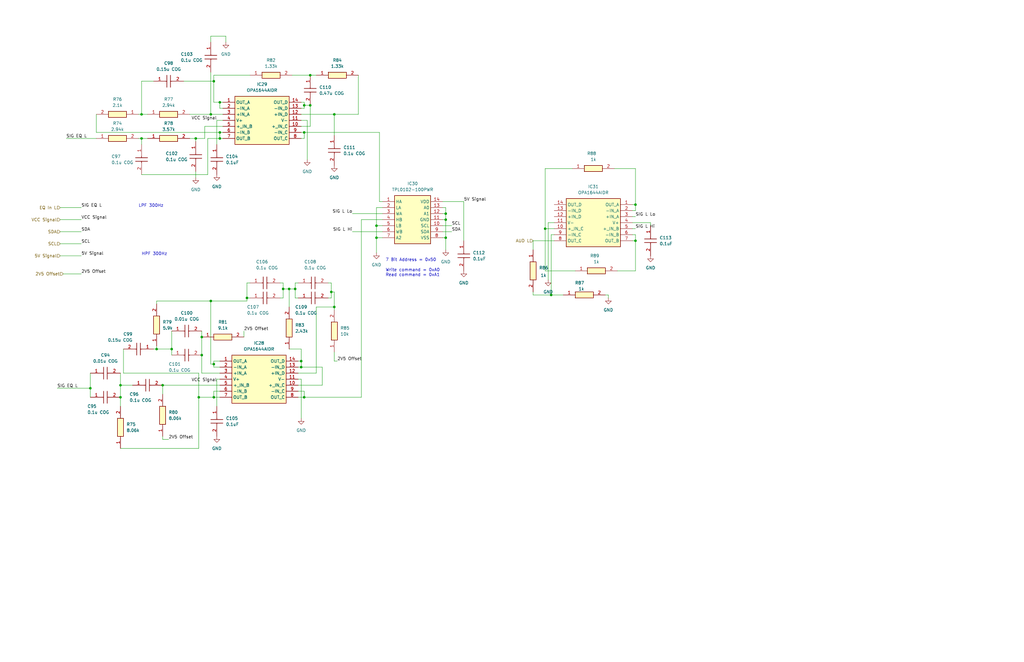
<source format=kicad_sch>
(kicad_sch (version 20230121) (generator eeschema)
  (paper "B")
  (junction (at 50.8 167.64))
  (junction (at 130.81 44.45))
  (junction (at 140.97 129.54))
  (junction (at 128.27 44.45))
  (junction (at 267.97 101.6))
  (junction (at 38.1 163.83))
  (junction (at 139.7 123.19))
  (junction (at 128.27 167.64))
  (junction (at 229.87 96.52))
  (junction (at 158.75 100.33))
  (junction (at 121.92 121.92))
  (junction (at 127 154.94))
  (junction (at 90.17 34.29))
  (junction (at 187.96 100.33))
  (junction (at 267.97 86.36))
  (junction (at 187.96 92.71))
  (junction (at 104.14 125.73))
  (junction (at 72.39 147.32))
  (junction (at 50.8 162.56))
  (junction (at 59.69 58.42))
  (junction (at 90.17 153.67))
  (junction (at 92.71 43.18))
  (junction (at 88.9 48.26))
  (junction (at 88.9 127))
  (junction (at 127 152.4))
  (junction (at 158.75 95.25))
  (junction (at 232.41 124.46))
  (junction (at 128.27 55.88))
  (junction (at 59.69 48.26))
  (junction (at 82.55 58.42))
  (junction (at 83.82 167.64))
  (junction (at 85.09 142.24))
  (junction (at 130.81 31.75))
  (junction (at 124.46 121.92))
  (junction (at 119.38 121.92))
  (junction (at 85.09 149.86))
  (junction (at 92.71 58.42))
  (junction (at 92.71 55.88))
  (junction (at 187.96 90.17))
  (junction (at 140.97 48.26))
  (junction (at 66.04 147.32))
  (junction (at 68.58 162.56))
  (junction (at 90.17 167.64))
  (wire (pts (xy 151.13 48.26) (xy 140.97 48.26)))
  (wire (pts (xy 186.69 90.17) (xy 187.96 90.17)))
  (wire (pts (xy 267.97 86.36) (xy 266.7 86.36)))
  (wire (pts (xy 229.87 114.3) (xy 229.87 96.52)))
  (wire (pts (xy 59.69 58.42) (xy 62.23 58.42)))
  (wire (pts (xy 161.29 87.63) (xy 158.75 87.63)))
  (wire (pts (xy 267.97 114.3) (xy 267.97 101.6)))
  (wire (pts (xy 59.69 34.29) (xy 64.77 34.29)))
  (wire (pts (xy 267.97 71.12) (xy 267.97 86.36)))
  (wire (pts (xy 25.4 102.87) (xy 34.29 102.87)))
  (wire (pts (xy 68.58 185.42) (xy 71.12 185.42)))
  (wire (pts (xy 140.97 130.81) (xy 140.97 129.54)))
  (wire (pts (xy 135.89 162.56) (xy 125.73 162.56)))
  (wire (pts (xy 140.97 123.19) (xy 139.7 123.19)))
  (wire (pts (xy 128.27 55.88) (xy 127 55.88)))
  (wire (pts (xy 85.09 157.48) (xy 85.09 149.86)))
  (wire (pts (xy 266.7 96.52) (xy 267.97 96.52)))
  (wire (pts (xy 91.44 171.45) (xy 91.44 160.02)))
  (wire (pts (xy 90.17 43.18) (xy 90.17 34.29)))
  (wire (pts (xy 83.82 189.23) (xy 83.82 167.64)))
  (wire (pts (xy 138.43 119.38) (xy 139.7 119.38)))
  (wire (pts (xy 119.38 121.92) (xy 121.92 121.92)))
  (wire (pts (xy 133.35 129.54) (xy 133.35 157.48)))
  (wire (pts (xy 127 152.4) (xy 125.73 152.4)))
  (wire (pts (xy 64.77 147.32) (xy 66.04 147.32)))
  (wire (pts (xy 80.01 58.42) (xy 82.55 58.42)))
  (wire (pts (xy 128.27 165.1) (xy 125.73 165.1)))
  (wire (pts (xy 152.4 92.71) (xy 161.29 92.71)))
  (wire (pts (xy 125.73 167.64) (xy 128.27 167.64)))
  (wire (pts (xy 224.79 105.41) (xy 224.79 101.6)))
  (wire (pts (xy 90.17 165.1) (xy 90.17 167.64)))
  (wire (pts (xy 25.4 92.71) (xy 34.29 92.71)))
  (wire (pts (xy 119.38 121.92) (xy 119.38 125.73)))
  (wire (pts (xy 40.64 58.42) (xy 27.94 58.42)))
  (wire (pts (xy 66.04 127) (xy 88.9 127)))
  (wire (pts (xy 232.41 124.46) (xy 237.49 124.46)))
  (wire (pts (xy 105.41 31.75) (xy 90.17 31.75)))
  (wire (pts (xy 104.14 119.38) (xy 104.14 125.73)))
  (wire (pts (xy 139.7 123.19) (xy 139.7 125.73)))
  (wire (pts (xy 88.9 127) (xy 104.14 127)))
  (wire (pts (xy 80.01 48.26) (xy 88.9 48.26)))
  (wire (pts (xy 90.17 153.67) (xy 90.17 152.4)))
  (wire (pts (xy 104.14 119.38) (xy 105.41 119.38)))
  (wire (pts (xy 93.98 50.8) (xy 91.44 50.8)))
  (wire (pts (xy 160.02 55.88) (xy 160.02 85.09)))
  (wire (pts (xy 66.04 147.32) (xy 72.39 147.32)))
  (wire (pts (xy 128.27 45.72) (xy 128.27 44.45)))
  (wire (pts (xy 224.79 101.6) (xy 233.68 101.6)))
  (wire (pts (xy 148.59 97.79) (xy 161.29 97.79)))
  (wire (pts (xy 87.63 58.42) (xy 87.63 73.66)))
  (wire (pts (xy 52.07 157.48) (xy 83.82 157.48)))
  (wire (pts (xy 125.73 157.48) (xy 133.35 157.48)))
  (wire (pts (xy 38.1 167.64) (xy 38.1 163.83)))
  (wire (pts (xy 83.82 167.64) (xy 90.17 167.64)))
  (wire (pts (xy 90.17 154.94) (xy 90.17 153.67)))
  (wire (pts (xy 124.46 125.73) (xy 125.73 125.73)))
  (wire (pts (xy 224.79 123.19) (xy 224.79 124.46)))
  (wire (pts (xy 140.97 48.26) (xy 140.97 57.15)))
  (wire (pts (xy 82.55 58.42) (xy 86.36 58.42)))
  (wire (pts (xy 82.55 72.39) (xy 82.55 74.93)))
  (wire (pts (xy 82.55 58.42) (xy 82.55 59.69)))
  (wire (pts (xy 119.38 125.73) (xy 118.11 125.73)))
  (wire (pts (xy 119.38 119.38) (xy 119.38 121.92)))
  (wire (pts (xy 50.8 162.56) (xy 50.8 167.64)))
  (wire (pts (xy 123.19 31.75) (xy 130.81 31.75)))
  (wire (pts (xy 260.35 114.3) (xy 267.97 114.3)))
  (wire (pts (xy 224.79 124.46) (xy 232.41 124.46)))
  (wire (pts (xy 195.58 101.6) (xy 195.58 85.09)))
  (wire (pts (xy 241.3 71.12) (xy 229.87 71.12)))
  (wire (pts (xy 148.59 90.17) (xy 161.29 90.17)))
  (wire (pts (xy 140.97 152.4) (xy 142.24 152.4)))
  (wire (pts (xy 128.27 167.64) (xy 152.4 167.64)))
  (wire (pts (xy 195.58 85.09) (xy 186.69 85.09)))
  (wire (pts (xy 90.17 152.4) (xy 92.71 152.4)))
  (wire (pts (xy 59.69 48.26) (xy 62.23 48.26)))
  (wire (pts (xy 128.27 44.45) (xy 128.27 43.18)))
  (wire (pts (xy 130.81 31.75) (xy 133.35 31.75)))
  (wire (pts (xy 92.71 157.48) (xy 85.09 157.48)))
  (wire (pts (xy 59.69 60.96) (xy 59.69 58.42)))
  (wire (pts (xy 95.25 15.24) (xy 95.25 17.78)))
  (wire (pts (xy 127 160.02) (xy 127 176.53)))
  (wire (pts (xy 127 43.18) (xy 128.27 43.18)))
  (wire (pts (xy 85.09 142.24) (xy 85.09 149.86)))
  (wire (pts (xy 72.39 147.32) (xy 72.39 149.86)))
  (wire (pts (xy 104.14 127) (xy 104.14 125.73)))
  (wire (pts (xy 102.87 139.7) (xy 102.87 142.24)))
  (wire (pts (xy 121.92 121.92) (xy 124.46 121.92)))
  (wire (pts (xy 86.36 53.34) (xy 86.36 58.42)))
  (wire (pts (xy 24.13 163.83) (xy 38.1 163.83)))
  (wire (pts (xy 255.27 124.46) (xy 256.54 124.46)))
  (wire (pts (xy 68.58 184.15) (xy 68.58 185.42)))
  (wire (pts (xy 118.11 119.38) (xy 119.38 119.38)))
  (wire (pts (xy 130.81 53.34) (xy 130.81 44.45)))
  (wire (pts (xy 186.69 92.71) (xy 187.96 92.71)))
  (wire (pts (xy 93.98 43.18) (xy 92.71 43.18)))
  (wire (pts (xy 88.9 15.24) (xy 95.25 15.24)))
  (wire (pts (xy 66.04 146.05) (xy 66.04 147.32)))
  (wire (pts (xy 186.69 100.33) (xy 187.96 100.33)))
  (wire (pts (xy 92.71 154.94) (xy 90.17 154.94)))
  (wire (pts (xy 139.7 119.38) (xy 139.7 123.19)))
  (wire (pts (xy 266.7 91.44) (xy 267.97 91.44)))
  (wire (pts (xy 91.44 50.8) (xy 91.44 60.96)))
  (wire (pts (xy 266.7 88.9) (xy 267.97 88.9)))
  (wire (pts (xy 125.73 119.38) (xy 124.46 119.38)))
  (wire (pts (xy 229.87 71.12) (xy 229.87 96.52)))
  (wire (pts (xy 52.07 147.32) (xy 52.07 157.48)))
  (wire (pts (xy 187.96 100.33) (xy 187.96 105.41)))
  (wire (pts (xy 233.68 93.98) (xy 231.14 93.98)))
  (wire (pts (xy 50.8 157.48) (xy 50.8 162.56)))
  (wire (pts (xy 187.96 92.71) (xy 187.96 100.33)))
  (wire (pts (xy 127 154.94) (xy 127 152.4)))
  (wire (pts (xy 88.9 153.67) (xy 90.17 153.67)))
  (wire (pts (xy 158.75 87.63) (xy 158.75 95.25)))
  (wire (pts (xy 133.35 129.54) (xy 140.97 129.54)))
  (wire (pts (xy 127 45.72) (xy 128.27 45.72)))
  (wire (pts (xy 88.9 48.26) (xy 93.98 48.26)))
  (wire (pts (xy 93.98 45.72) (xy 92.71 45.72)))
  (wire (pts (xy 267.97 88.9) (xy 267.97 86.36)))
  (wire (pts (xy 187.96 87.63) (xy 187.96 90.17)))
  (wire (pts (xy 26.67 115.57) (xy 34.29 115.57)))
  (wire (pts (xy 266.7 93.98) (xy 274.32 93.98)))
  (wire (pts (xy 50.8 167.64) (xy 50.8 171.45)))
  (wire (pts (xy 242.57 114.3) (xy 229.87 114.3)))
  (wire (pts (xy 256.54 124.46) (xy 256.54 125.73)))
  (wire (pts (xy 88.9 17.78) (xy 88.9 15.24)))
  (wire (pts (xy 92.71 55.88) (xy 92.71 58.42)))
  (wire (pts (xy 127 53.34) (xy 130.81 53.34)))
  (wire (pts (xy 140.97 148.59) (xy 140.97 152.4)))
  (wire (pts (xy 85.09 139.7) (xy 85.09 142.24)))
  (wire (pts (xy 151.13 31.75) (xy 151.13 48.26)))
  (wire (pts (xy 127 154.94) (xy 135.89 154.94)))
  (wire (pts (xy 50.8 189.23) (xy 83.82 189.23)))
  (wire (pts (xy 93.98 58.42) (xy 92.71 58.42)))
  (wire (pts (xy 127 50.8) (xy 129.54 50.8)))
  (wire (pts (xy 130.81 44.45) (xy 128.27 44.45)))
  (wire (pts (xy 59.69 58.42) (xy 58.42 58.42)))
  (wire (pts (xy 158.75 100.33) (xy 158.75 106.68)))
  (wire (pts (xy 186.69 95.25) (xy 190.5 95.25)))
  (wire (pts (xy 90.17 34.29) (xy 77.47 34.29)))
  (wire (pts (xy 135.89 154.94) (xy 135.89 162.56)))
  (wire (pts (xy 25.4 87.63) (xy 34.29 87.63)))
  (wire (pts (xy 186.69 87.63) (xy 187.96 87.63)))
  (wire (pts (xy 121.92 121.92) (xy 121.92 129.54)))
  (wire (pts (xy 40.64 55.88) (xy 40.64 48.26)))
  (wire (pts (xy 267.97 101.6) (xy 266.7 101.6)))
  (wire (pts (xy 92.71 55.88) (xy 40.64 55.88)))
  (wire (pts (xy 68.58 162.56) (xy 92.71 162.56)))
  (wire (pts (xy 91.44 160.02) (xy 92.71 160.02)))
  (wire (pts (xy 129.54 50.8) (xy 129.54 67.31)))
  (wire (pts (xy 25.4 97.79) (xy 34.29 97.79)))
  (wire (pts (xy 50.8 162.56) (xy 55.88 162.56)))
  (wire (pts (xy 92.71 55.88) (xy 93.98 55.88)))
  (wire (pts (xy 93.98 53.34) (xy 86.36 53.34)))
  (wire (pts (xy 92.71 58.42) (xy 87.63 58.42)))
  (wire (pts (xy 59.69 73.66) (xy 87.63 73.66)))
  (wire (pts (xy 127 58.42) (xy 128.27 58.42)))
  (wire (pts (xy 152.4 167.64) (xy 152.4 92.71)))
  (wire (pts (xy 140.97 123.19) (xy 140.97 129.54)))
  (wire (pts (xy 38.1 157.48) (xy 38.1 163.83)))
  (wire (pts (xy 231.14 93.98) (xy 231.14 118.11)))
  (wire (pts (xy 267.97 99.06) (xy 267.97 101.6)))
  (wire (pts (xy 92.71 45.72) (xy 92.71 43.18)))
  (wire (pts (xy 187.96 90.17) (xy 187.96 92.71)))
  (wire (pts (xy 90.17 167.64) (xy 92.71 167.64)))
  (wire (pts (xy 68.58 162.56) (xy 68.58 166.37)))
  (wire (pts (xy 88.9 127) (xy 88.9 153.67)))
  (wire (pts (xy 125.73 160.02) (xy 127 160.02)))
  (wire (pts (xy 125.73 154.94) (xy 127 154.94)))
  (wire (pts (xy 140.97 48.26) (xy 127 48.26)))
  (wire (pts (xy 59.69 34.29) (xy 59.69 48.26)))
  (wire (pts (xy 158.75 100.33) (xy 161.29 100.33)))
  (wire (pts (xy 229.87 96.52) (xy 233.68 96.52)))
  (wire (pts (xy 121.92 147.32) (xy 127 147.32)))
  (wire (pts (xy 72.39 139.7) (xy 72.39 147.32)))
  (wire (pts (xy 92.71 43.18) (xy 90.17 43.18)))
  (wire (pts (xy 233.68 99.06) (xy 232.41 99.06)))
  (wire (pts (xy 92.71 165.1) (xy 90.17 165.1)))
  (wire (pts (xy 66.04 128.27) (xy 66.04 127)))
  (wire (pts (xy 88.9 30.48) (xy 88.9 48.26)))
  (wire (pts (xy 158.75 95.25) (xy 158.75 100.33)))
  (wire (pts (xy 128.27 167.64) (xy 128.27 165.1)))
  (wire (pts (xy 124.46 121.92) (xy 124.46 125.73)))
  (wire (pts (xy 128.27 58.42) (xy 128.27 55.88)))
  (wire (pts (xy 232.41 99.06) (xy 232.41 124.46)))
  (wire (pts (xy 161.29 95.25) (xy 158.75 95.25)))
  (wire (pts (xy 266.7 99.06) (xy 267.97 99.06)))
  (wire (pts (xy 274.32 93.98) (xy 274.32 95.25)))
  (wire (pts (xy 186.69 97.79) (xy 190.5 97.79)))
  (wire (pts (xy 25.4 107.95) (xy 34.29 107.95)))
  (wire (pts (xy 90.17 31.75) (xy 90.17 34.29)))
  (wire (pts (xy 104.14 125.73) (xy 105.41 125.73)))
  (wire (pts (xy 259.08 71.12) (xy 267.97 71.12)))
  (wire (pts (xy 124.46 119.38) (xy 124.46 121.92)))
  (wire (pts (xy 160.02 85.09) (xy 161.29 85.09)))
  (wire (pts (xy 138.43 125.73) (xy 139.7 125.73)))
  (wire (pts (xy 128.27 55.88) (xy 160.02 55.88)))
  (wire (pts (xy 127 147.32) (xy 127 152.4)))
  (wire (pts (xy 58.42 48.26) (xy 59.69 48.26)))
  (wire (pts (xy 83.82 157.48) (xy 83.82 167.64)))
  (text "Write command = 0xA0\nRead command = 0xA1" (at 162.56 116.84 0) (effects (font (size 1.27 1.27)) (justify left bottom)))
  (text "HPF 300Hz" (at 59.69 107.95 0) (effects (font (size 1.27 1.27)) (justify left bottom)))
  (text "7 Bit Address = 0x50\n" (at 162.56 110.49 0) (effects (font (size 1.27 1.27)) (justify left bottom)))
  (text "LPF 300Hz" (at 58.42 87.63 0) (effects (font (size 1.27 1.27)) (justify left bottom)))
  (label "VCC Signal" (at 91.44 50.8 180))
  (label "5V Signal" (at 195.58 85.09 0))
  (label "2V5 Offset" (at 71.12 185.42 0))
  (label "2V5 Offset" (at 34.29 115.57 0))
  (label "SDA" (at 190.5 97.79 0))
  (label "VCC Signal" (at 91.44 161.29 180))
  (label "5V Signal" (at 34.29 107.95 0))
  (label "SDA" (at 34.29 97.79 0))
  (label "VCC Signal" (at 34.29 92.71 0))
  (label "SCL" (at 190.5 95.25 0))
  (label "SIG EQ L" (at 24.13 163.83 0))
  (label "SCL" (at 34.29 102.87 0))
  (label "SIG EQ L" (at 34.29 87.63 0))
  (label "SIG L Hi" (at 267.97 96.52 0))
  (label "SIG L Lo" (at 148.59 90.17 180))
  (label "2V5 Offset" (at 142.24 152.4 0))
  (label "SIG L Hi" (at 148.59 97.79 180))
  (label "2V5 Offset" (at 102.87 139.7 0))
  (label "SIG EQ L" (at 27.94 58.42 0))
  (label "SIG L Lo" (at 267.97 91.44 0))
  (hierarchical_label "5V Signal" (shape input) (at 25.4 107.95 180))
  (hierarchical_label "EQ In L" (shape input) (at 25.4 87.63 180))
  (hierarchical_label "2V5 Offset" (shape input) (at 26.67 115.57 180))
  (hierarchical_label "AUD L" (shape input) (at 224.79 101.6 180))
  (hierarchical_label "VCC Signal" (shape input) (at 25.4 92.71 180))
  (hierarchical_label "SCL" (shape input) (at 25.4 102.87 180))
  (hierarchical_label "SDA" (shape input) (at 25.4 97.79 180))
  (symbol (lib_id "Audio System:ERA-6AEB103V") (at 140.97 148.59 90) (unit 1)
    (property "Reference" "R85" (at 143.51 138.43 90) (effects (justify right)))
    (property "Value" "10k" (at 143.51 140.97 90) (effects (justify right)))
    (property "Footprint" "ERA6AEB1020V" (effects hide))
    (property "Datasheet" "https://industrial.panasonic.com/cdbs/www-data/pdf/RDM0000/AOA0000C307.pdf" (effects hide))
    (property "Height" "0.6" (effects hide))
    (property "Manufacturer_Name" "Panasonic" (effects hide))
    (property "Manufacturer_Part_Number" "ERA-6AEB103V" (effects hide))
    (property "Mouser Part Number" "667-ERA-6AEB103V" (effects hide))
    (property "Mouser Price/Stock" "https://www.mouser.co.uk/ProductDetail/Panasonic/ERA-6AEB103V?qs=1VWA5LkbEaq074TWE8fpJw%3D%3D" (effects hide))
    (property "Arrow Part Number" "ERA-6AEB103V" (effects hide))
    (property "Arrow Price/Stock" "https://www.arrow.com/en/products/era6aeb103v/panasonic?region=nac" (effects hide))
  )
  (symbol (lib_id "Audio System:GRM31C5C1H104JA01L") (at 140.97 57.15 270) (unit 1)
    (property "Reference" "C111" (at 144.78 62.23 90) (effects (justify left)))
    (property "Value" "0.1u COG" (at 144.78 64.77 90) (effects (justify left)))
    (property "Footprint" "CAPC3216X180N" (effects hide))
    (property "Datasheet" "http://www.murata.com/~/media/webrenewal/support/library/catalog/products/capacitor/mlcc/c02e.pdf" (effects hide))
    (property "Height" "1.8" (effects hide))
    (property "Manufacturer_Name" "Murata Electronics" (effects hide))
    (property "Manufacturer_Part_Number" "GRM31C5C1H104JA01L" (effects hide))
    (property "Mouser Part Number" "81-GRM31C5C1H104JA1L" (effects hide))
    (property "Mouser Price/Stock" "https://www.mouser.co.uk/ProductDetail/Murata-Electronics/GRM31C5C1H104JA01L?qs=IFOlSOmtRw2EgRC47bIONw%3D%3D" (effects hide))
    (property "Arrow Part Number" "GRM31C5C1H104JA01L" (effects hide))
    (property "Arrow Price/Stock" "https://www.arrow.com/en/products/grm31c5c1h104ja01l/murata-manufacturing?region=nac" (effects hide))
  )
  (symbol (lib_id "Audio System:ERA-6AEB3571V") (at 62.23 58.42 0) (unit 1)
    (property "Reference" "R78" (at 71.12 52.07 0))
    (property "Value" "3.57k" (at 71.12 54.61 0))
    (property "Footprint" "ERA6AEB1020V" (effects hide))
    (property "Datasheet" "https://industrial.panasonic.com/cdbs/www-data/pdf/RDM0000/AOA0000C307.pdf" (effects hide))
    (property "Height" "0.6" (effects hide))
    (property "Manufacturer_Name" "Panasonic" (effects hide))
    (property "Manufacturer_Part_Number" "ERA-6AEB3571V" (effects hide))
    (property "Mouser Part Number" "667-ERA-6AEB3571V" (effects hide))
    (property "Mouser Price/Stock" "https://www.mouser.co.uk/ProductDetail/Panasonic/ERA-6AEB3571V?qs=nuXzIS8loXEHZVZ%252BjII8IQ%3D%3D" (effects hide))
  )
  (symbol (lib_id "Audio System:ERA-6AEB102V") (at 224.79 105.41 90) (mirror x) (unit 1)
    (property "Reference" "R86" (at 227.33 113.03 90) (effects (justify right)))
    (property "Value" "1k" (at 227.965 116.205 90) (effects (justify right)))
    (property "Footprint" "ERA6AEB1020V" (effects hide))
    (property "Datasheet" "https://industrial.panasonic.com/cdbs/www-data/pdf/RDM0000/AOA0000C307.pdf" (effects hide))
    (property "Height" "0.6" (effects hide))
    (property "Manufacturer_Name" "Panasonic" (effects hide))
    (property "Manufacturer_Part_Number" "ERA-6AEB102V" (effects hide))
    (property "Mouser Part Number" "667-ERA-6AEB102V" (effects hide))
    (property "Mouser Price/Stock" "https://www.mouser.co.uk/ProductDetail/Panasonic/ERA-6AEB102V?qs=1VWA5LkbEaodAYxyfKqGQw%3D%3D" (effects hide))
    (property "Arrow Part Number" "ERA-6AEB102V" (effects hide))
    (property "Arrow Price/Stock" "https://www.arrow.com/en/products/era6aeb102v/panasonic?region=nac" (effects hide))
  )
  (symbol (lib_id "Audio System:ERA-6AEB912V") (at 85.09 142.24 0) (unit 1)
    (property "Reference" "R81" (at 93.98 135.89 0))
    (property "Value" "9.1k" (at 93.98 138.43 0))
    (property "Footprint" "ERA6AEB1020V" (effects hide))
    (property "Datasheet" "https://industrial.panasonic.com/cdbs/www-data/pdf/RDM0000/AOA0000C307.pdf" (effects hide))
    (property "Height" "0.6" (effects hide))
    (property "Manufacturer_Name" "Panasonic" (effects hide))
    (property "Manufacturer_Part_Number" "ERA-6AEB912V" (effects hide))
    (property "Mouser Part Number" "667-ERA-6AEB912V" (effects hide))
    (property "Mouser Price/Stock" "https://www.mouser.com/Search/Refine.aspx?Keyword=667-ERA-6AEB912V" (effects hide))
    (property "Arrow Part Number" "ERA-6AEB912V" (effects hide))
    (property "Arrow Price/Stock" "https://www.arrow.com/en/products/era6aeb912v/panasonic" (effects hide))
  )
  (symbol (lib_id "Audio System:CL21B104KACNNNC") (at 91.44 171.45 270) (unit 1)
    (property "Reference" "C105" (at 95.25 176.53 90) (effects (justify left)))
    (property "Value" "0.1uF" (at 95.25 179.07 90) (effects (justify left)))
    (property "Footprint" "CAPC2012X95N" (effects hide))
    (property "Datasheet" "https://datasheet.datasheetarchive.com/originals/distributors/Datasheets_SAMA/d386d22b0a987b72828538897455b4c4.pdf" (effects hide))
    (property "Height" "0.95" (effects hide))
    (property "Manufacturer_Name" "SAMSUNG" (effects hide))
    (property "Manufacturer_Part_Number" "CL21B104KACNNNC" (effects hide))
    (property "Mouser Part Number" "187-CL21B104KACNNNC" (effects hide))
    (property "Mouser Price/Stock" "https://www.mouser.co.uk/ProductDetail/Samsung-Electro-Mechanics/CL21B104KACNNNC?qs=yOVawPpwOwnhB47kNbieFw%3D%3D" (effects hide))
    (property "Arrow Part Number" "CL21B104KACNNNC" (effects hide))
    (property "Arrow Price/Stock" "https://www.arrow.com/en/products/cl21b104kacnnnc/samsung-electro-mechanics?region=nac" (effects hide))
  )
  (symbol (lib_id "Audio System:ERA-6AEB8061V") (at 50.8 189.23 90) (unit 1)
    (property "Reference" "R75" (at 53.34 179.07 90) (effects (justify right)))
    (property "Value" "8.06k" (at 53.34 181.61 90) (effects (justify right)))
    (property "Footprint" "ERA6AEB1020V" (effects hide))
    (property "Datasheet" "https://industrial.panasonic.com/cdbs/www-data/pdf/RDM0000/AOA0000C307.pdf" (effects hide))
    (property "Height" "0.6" (effects hide))
    (property "Manufacturer_Name" "Panasonic" (effects hide))
    (property "Manufacturer_Part_Number" "ERA-6AEB8061V" (effects hide))
    (property "Mouser Part Number" "667-ERA-6AEB8061V" (effects hide))
    (property "Mouser Price/Stock" "https://www.mouser.com/Search/Refine.aspx?Keyword=667-ERA-6AEB8061V" (effects hide))
  )
  (symbol (lib_id "power:GND") (at 129.54 67.31 0) (unit 1)
    (property "Reference" "#PWR0117" (effects hide))
    (property "Value" "GND" (at 129.54 72.39 0))
  )
  (symbol (lib_id "Audio System:ERA-6AEB5901V") (at 66.04 146.05 90) (unit 1)
    (property "Reference" "R79" (at 68.58 135.89 90) (effects (justify right)))
    (property "Value" "5.9k" (at 68.58 138.43 90) (effects (justify right)))
    (property "Footprint" "ERA6AEB1020V" (effects hide))
    (property "Datasheet" "https://industrial.panasonic.com/cdbs/www-data/pdf/RDM0000/AOA0000C307.pdf" (effects hide))
    (property "Height" "0.6" (effects hide))
    (property "Manufacturer_Name" "Panasonic" (effects hide))
    (property "Manufacturer_Part_Number" "ERA-6AEB5901V" (effects hide))
  )
  (symbol (lib_id "power:GND") (at 82.55 74.93 0) (unit 1)
    (property "Reference" "#PWR0112" (effects hide))
    (property "Value" "GND" (at 82.55 80.01 0))
  )
  (symbol (lib_id "power:GND") (at 95.25 17.78 0) (unit 1)
    (property "Reference" "#PWR0115" (effects hide))
    (property "Value" "GND" (at 95.25 22.86 0))
  )
  (symbol (lib_id "power:GND") (at 91.44 73.66 0) (unit 1)
    (property "Reference" "#PWR0113" (effects hide))
    (property "Value" "GND" (at 91.44 78.74 0))
  )
  (symbol (lib_id "power:GND") (at 158.75 106.68 0) (unit 1)
    (property "Reference" "#PWR0119" (effects hide))
    (property "Value" "GND" (at 158.75 111.76 0))
  )
  (symbol (lib_id "Audio System:GRM31C5C1H104JA01L") (at 105.41 125.73 0) (unit 1)
    (property "Reference" "C107" (at 104.14 129.54 0) (effects (justify left)))
    (property "Value" "0.1u COG" (at 104.14 132.08 0) (effects (justify left)))
    (property "Footprint" "CAPC3216X180N" (effects hide))
    (property "Datasheet" "http://www.murata.com/~/media/webrenewal/support/library/catalog/products/capacitor/mlcc/c02e.pdf" (effects hide))
    (property "Height" "1.8" (effects hide))
    (property "Manufacturer_Name" "Murata Electronics" (effects hide))
    (property "Manufacturer_Part_Number" "GRM31C5C1H104JA01L" (effects hide))
    (property "Mouser Part Number" "81-GRM31C5C1H104JA1L" (effects hide))
    (property "Mouser Price/Stock" "https://www.mouser.co.uk/ProductDetail/Murata-Electronics/GRM31C5C1H104JA01L?qs=IFOlSOmtRw2EgRC47bIONw%3D%3D" (effects hide))
    (property "Arrow Part Number" "GRM31C5C1H104JA01L" (effects hide))
    (property "Arrow Price/Stock" "https://www.arrow.com/en/products/grm31c5c1h104ja01l/murata-manufacturing?region=nac" (effects hide))
  )
  (symbol (lib_id "power:GND") (at 127 176.53 0) (unit 1)
    (property "Reference" "#PWR0116" (effects hide))
    (property "Value" "GND" (at 127 181.61 0))
  )
  (symbol (lib_id "Audio System:ERA-6AEB1331V") (at 133.35 31.75 0) (unit 1)
    (property "Reference" "R84" (at 142.24 25.4 0))
    (property "Value" "1.33k" (at 142.24 27.94 0))
    (property "Footprint" "ERA6AEB1020V" (effects hide))
    (property "Datasheet" "https://industrial.panasonic.com/cdbs/www-data/pdf/RDM0000/AOA0000C307.pdf" (effects hide))
    (property "Height" "0.6" (effects hide))
    (property "Manufacturer_Name" "Panasonic" (effects hide))
    (property "Manufacturer_Part_Number" "ERA-6AEB1331V" (effects hide))
    (property "Mouser Part Number" "667-ERA-6AEB1331V" (effects hide))
    (property "Mouser Price/Stock" "https://www.mouser.com/Search/Refine.aspx?Keyword=667-ERA-6AEB1331V" (effects hide))
  )
  (symbol (lib_id "power:GND") (at 195.58 114.3 0) (unit 1)
    (property "Reference" "#PWR0121" (effects hide))
    (property "Value" "GND" (at 195.58 119.38 0))
  )
  (symbol (lib_id "Audio System:ERA-6AEB102V") (at 242.57 114.3 0) (mirror x) (unit 1)
    (property "Reference" "R89" (at 252.73 107.95 0) (effects (justify right)))
    (property "Value" "1k" (at 252.73 110.49 0) (effects (justify right)))
    (property "Footprint" "ERA6AEB1020V" (effects hide))
    (property "Datasheet" "https://industrial.panasonic.com/cdbs/www-data/pdf/RDM0000/AOA0000C307.pdf" (effects hide))
    (property "Height" "0.6" (effects hide))
    (property "Manufacturer_Name" "Panasonic" (effects hide))
    (property "Manufacturer_Part_Number" "ERA-6AEB102V" (effects hide))
    (property "Mouser Part Number" "667-ERA-6AEB102V" (effects hide))
    (property "Mouser Price/Stock" "https://www.mouser.co.uk/ProductDetail/Panasonic/ERA-6AEB102V?qs=1VWA5LkbEaodAYxyfKqGQw%3D%3D" (effects hide))
    (property "Arrow Part Number" "ERA-6AEB102V" (effects hide))
    (property "Arrow Price/Stock" "https://www.arrow.com/en/products/era6aeb102v/panasonic?region=nac" (effects hide))
  )
  (symbol (lib_id "Audio System:GRM1885C1H103JA01D") (at 38.1 157.48 0) (unit 1)
    (property "Reference" "C94" (at 44.45 149.86 0))
    (property "Value" "0.01u COG" (at 44.45 152.4 0))
    (property "Footprint" "CAPC1608X90N" (effects hide))
    (property "Datasheet" "https://psearch.en.murata.com/capacitor/product/GRM1885C1H103JA01%23.html" (effects hide))
    (property "Height" "0.9" (effects hide))
    (property "Manufacturer_Name" "Murata Electronics" (effects hide))
    (property "Manufacturer_Part_Number" "GRM1885C1H103JA01D" (effects hide))
    (property "Mouser Part Number" "81-GRM1885C1H103JA1D" (effects hide))
    (property "Mouser Price/Stock" "https://www.mouser.co.uk/ProductDetail/Murata-Electronics/GRM1885C1H103JA01D?qs=e4Xae8FWUKnL82DWkDYeSg%3D%3D" (effects hide))
    (property "Arrow Part Number" "GRM1885C1H103JA01D" (effects hide))
    (property "Arrow Price/Stock" "https://www.arrow.com/en/products/grm1885c1h103ja01d/murata-manufacturing?region=nac" (effects hide))
  )
  (symbol (lib_id "Audio System:GRM31C5C1H104JA01L") (at 125.73 125.73 0) (unit 1)
    (property "Reference" "C109" (at 124.46 129.54 0) (effects (justify left)))
    (property "Value" "0.1u COG" (at 124.46 132.08 0) (effects (justify left)))
    (property "Footprint" "CAPC3216X180N" (effects hide))
    (property "Datasheet" "http://www.murata.com/~/media/webrenewal/support/library/catalog/products/capacitor/mlcc/c02e.pdf" (effects hide))
    (property "Height" "1.8" (effects hide))
    (property "Manufacturer_Name" "Murata Electronics" (effects hide))
    (property "Manufacturer_Part_Number" "GRM31C5C1H104JA01L" (effects hide))
    (property "Mouser Part Number" "81-GRM31C5C1H104JA1L" (effects hide))
    (property "Mouser Price/Stock" "https://www.mouser.co.uk/ProductDetail/Murata-Electronics/GRM31C5C1H104JA01L?qs=IFOlSOmtRw2EgRC47bIONw%3D%3D" (effects hide))
    (property "Arrow Part Number" "GRM31C5C1H104JA01L" (effects hide))
    (property "Arrow Price/Stock" "https://www.arrow.com/en/products/grm31c5c1h104ja01l/murata-manufacturing?region=nac" (effects hide))
  )
  (symbol (lib_id "Audio System:GRM31C5C1H104JA01L") (at 88.9 17.78 270) (unit 1)
    (property "Reference" "C103" (at 76.2 22.86 90) (effects (justify left)))
    (property "Value" "0.1u COG" (at 76.2 25.4 90) (effects (justify left)))
    (property "Footprint" "CAPC3216X180N" (effects hide))
    (property "Datasheet" "http://www.murata.com/~/media/webrenewal/support/library/catalog/products/capacitor/mlcc/c02e.pdf" (effects hide))
    (property "Height" "1.8" (effects hide))
    (property "Manufacturer_Name" "Murata Electronics" (effects hide))
    (property "Manufacturer_Part_Number" "GRM31C5C1H104JA01L" (effects hide))
    (property "Mouser Part Number" "81-GRM31C5C1H104JA1L" (effects hide))
    (property "Mouser Price/Stock" "https://www.mouser.co.uk/ProductDetail/Murata-Electronics/GRM31C5C1H104JA01L?qs=IFOlSOmtRw2EgRC47bIONw%3D%3D" (effects hide))
    (property "Arrow Part Number" "GRM31C5C1H104JA01L" (effects hide))
    (property "Arrow Price/Stock" "https://www.arrow.com/en/products/grm31c5c1h104ja01l/murata-manufacturing?region=nac" (effects hide))
  )
  (symbol (lib_id "Audio System:GRM31C5C1H104JA01L") (at 72.39 149.86 0) (unit 1)
    (property "Reference" "C101" (at 71.12 153.67 0) (effects (justify left)))
    (property "Value" "0.1u COG" (at 71.12 156.21 0) (effects (justify left)))
    (property "Footprint" "CAPC3216X180N" (effects hide))
    (property "Datasheet" "http://www.murata.com/~/media/webrenewal/support/library/catalog/products/capacitor/mlcc/c02e.pdf" (effects hide))
    (property "Height" "1.8" (effects hide))
    (property "Manufacturer_Name" "Murata Electronics" (effects hide))
    (property "Manufacturer_Part_Number" "GRM31C5C1H104JA01L" (effects hide))
    (property "Mouser Part Number" "81-GRM31C5C1H104JA1L" (effects hide))
    (property "Mouser Price/Stock" "https://www.mouser.co.uk/ProductDetail/Murata-Electronics/GRM31C5C1H104JA01L?qs=IFOlSOmtRw2EgRC47bIONw%3D%3D" (effects hide))
    (property "Arrow Part Number" "GRM31C5C1H104JA01L" (effects hide))
    (property "Arrow Price/Stock" "https://www.arrow.com/en/products/grm31c5c1h104ja01l/murata-manufacturing?region=nac" (effects hide))
  )
  (symbol (lib_id "Audio System:GRM31C5C1H104JA01L") (at 38.1 167.64 0) (unit 1)
    (property "Reference" "C95" (at 36.83 171.45 0) (effects (justify left)))
    (property "Value" "0.1u COG" (at 36.83 173.99 0) (effects (justify left)))
    (property "Footprint" "CAPC3216X180N" (effects hide))
    (property "Datasheet" "http://www.murata.com/~/media/webrenewal/support/library/catalog/products/capacitor/mlcc/c02e.pdf" (effects hide))
    (property "Height" "1.8" (effects hide))
    (property "Manufacturer_Name" "Murata Electronics" (effects hide))
    (property "Manufacturer_Part_Number" "GRM31C5C1H104JA01L" (effects hide))
    (property "Mouser Part Number" "81-GRM31C5C1H104JA1L" (effects hide))
    (property "Mouser Price/Stock" "https://www.mouser.co.uk/ProductDetail/Murata-Electronics/GRM31C5C1H104JA01L?qs=IFOlSOmtRw2EgRC47bIONw%3D%3D" (effects hide))
    (property "Arrow Part Number" "GRM31C5C1H104JA01L" (effects hide))
    (property "Arrow Price/Stock" "https://www.arrow.com/en/products/grm31c5c1h104ja01l/murata-manufacturing?region=nac" (effects hide))
  )
  (symbol (lib_id "Audio System:OPA1644AIDR") (at 266.7 86.36 0) (mirror y) (unit 1)
    (property "Reference" "IC31" (at 250.19 78.74 0))
    (property "Value" "OPA1644AIDR" (at 250.19 81.28 0))
    (property "Footprint" "SOIC127P600X175-14N" (effects hide))
    (property "Datasheet" "http://componentsearchengine.com/Datasheets/1/OPA1644AIDR.pdf" (effects hide))
    (property "Height" "1.75" (effects hide))
    (property "Manufacturer_Name" "Texas Instruments" (effects hide))
    (property "Manufacturer_Part_Number" "OPA1644AIDR" (effects hide))
    (property "Mouser Part Number" "595-OPA1644AIDR" (effects hide))
    (property "Mouser Price/Stock" "https://www.mouser.co.uk/ProductDetail/Texas-Instruments/OPA1644AIDR?qs=%2Fqzd9s%252BcLd6xS3OL97VFEA%3D%3D" (effects hide))
    (property "Arrow Part Number" "OPA1644AIDR" (effects hide))
    (property "Arrow Price/Stock" "https://www.arrow.com/en/products/opa1644aidr/texas-instruments?region=nac" (effects hide))
  )
  (symbol (lib_id "Audio System:ERA-6AEB2431V") (at 121.92 147.32 90) (unit 1)
    (property "Reference" "R83" (at 124.46 137.16 90) (effects (justify right)))
    (property "Value" "2.43k" (at 124.46 139.7 90) (effects (justify right)))
    (property "Footprint" "ERA6AEB1020V" (effects hide))
    (property "Datasheet" "https://industrial.panasonic.com/cdbs/www-data/pdf/RDM0000/AOA0000C307.pdf" (effects hide))
    (property "Height" "0.6" (effects hide))
    (property "Manufacturer_Name" "Panasonic" (effects hide))
    (property "Manufacturer_Part_Number" "ERA-6AEB2431V" (effects hide))
    (property "Mouser Part Number" "667-ERA-6AEB2431V" (effects hide))
    (property "Mouser Price/Stock" "https://www.mouser.co.uk/ProductDetail/Panasonic/ERA-6AEB2431V?qs=nuXzIS8loXHdyAOUIQprmQ%3D%3D" (effects hide))
    (property "Arrow Part Number" "ERA-6AEB2431V" (effects hide))
    (property "Arrow Price/Stock" "https://www.arrow.com/en/products/era-6aeb2431v/panasonic" (effects hide))
  )
  (symbol (lib_id "Audio System:C4532C0G1H154J250KA") (at 64.77 147.32 180) (unit 1)
    (property "Reference" "C99" (at 55.88 140.97 0) (effects (justify left)))
    (property "Value" "0.15u COG" (at 55.88 143.51 0) (effects (justify left)))
    (property "Footprint" "C4532_Commercial" (effects hide))
    (property "Datasheet" "https://product.tdk.com/system/files/dam/doc/product/capacitor/ceramic/mlcc/catalog/mlcc_commercial_general_en.pdf" (effects hide))
    (property "Height" "2.2" (effects hide))
    (property "Manufacturer_Name" "TDK" (effects hide))
    (property "Manufacturer_Part_Number" "C4532C0G1H154J250KA" (effects hide))
  )
  (symbol (lib_id "Audio System:GRM31C5C1H104JA01L") (at 105.41 119.38 0) (unit 1)
    (property "Reference" "C106" (at 107.95 110.49 0) (effects (justify left)))
    (property "Value" "0.1u COG" (at 107.95 113.03 0) (effects (justify left)))
    (property "Footprint" "CAPC3216X180N" (effects hide))
    (property "Datasheet" "http://www.murata.com/~/media/webrenewal/support/library/catalog/products/capacitor/mlcc/c02e.pdf" (effects hide))
    (property "Height" "1.8" (effects hide))
    (property "Manufacturer_Name" "Murata Electronics" (effects hide))
    (property "Manufacturer_Part_Number" "GRM31C5C1H104JA01L" (effects hide))
    (property "Mouser Part Number" "81-GRM31C5C1H104JA1L" (effects hide))
    (property "Mouser Price/Stock" "https://www.mouser.co.uk/ProductDetail/Murata-Electronics/GRM31C5C1H104JA01L?qs=IFOlSOmtRw2EgRC47bIONw%3D%3D" (effects hide))
    (property "Arrow Part Number" "GRM31C5C1H104JA01L" (effects hide))
    (property "Arrow Price/Stock" "https://www.arrow.com/en/products/grm31c5c1h104ja01l/murata-manufacturing?region=nac" (effects hide))
  )
  (symbol (lib_id "Audio System:GRM1885C1H103JA01D") (at 72.39 139.7 0) (unit 1)
    (property "Reference" "C100" (at 78.74 132.08 0))
    (property "Value" "0.01u COG" (at 78.74 134.62 0))
    (property "Footprint" "CAPC1608X90N" (effects hide))
    (property "Datasheet" "https://psearch.en.murata.com/capacitor/product/GRM1885C1H103JA01%23.html" (effects hide))
    (property "Height" "0.9" (effects hide))
    (property "Manufacturer_Name" "Murata Electronics" (effects hide))
    (property "Manufacturer_Part_Number" "GRM1885C1H103JA01D" (effects hide))
    (property "Mouser Part Number" "81-GRM1885C1H103JA1D" (effects hide))
    (property "Mouser Price/Stock" "https://www.mouser.co.uk/ProductDetail/Murata-Electronics/GRM1885C1H103JA01D?qs=e4Xae8FWUKnL82DWkDYeSg%3D%3D" (effects hide))
    (property "Arrow Part Number" "GRM1885C1H103JA01D" (effects hide))
    (property "Arrow Price/Stock" "https://www.arrow.com/en/products/grm1885c1h103ja01d/murata-manufacturing?region=nac" (effects hide))
  )
  (symbol (lib_id "Audio System:OPA1644AIDR") (at 93.98 43.18 0) (unit 1)
    (property "Reference" "IC29" (at 110.49 35.56 0))
    (property "Value" "OPA1644AIDR" (at 110.49 38.1 0))
    (property "Footprint" "SOIC127P600X175-14N" (effects hide))
    (property "Datasheet" "http://componentsearchengine.com/Datasheets/1/OPA1644AIDR.pdf" (effects hide))
    (property "Height" "1.75" (effects hide))
    (property "Manufacturer_Name" "Texas Instruments" (effects hide))
    (property "Manufacturer_Part_Number" "OPA1644AIDR" (effects hide))
    (property "Mouser Part Number" "595-OPA1644AIDR" (effects hide))
    (property "Mouser Price/Stock" "https://www.mouser.co.uk/ProductDetail/Texas-Instruments/OPA1644AIDR?qs=%2Fqzd9s%252BcLd6xS3OL97VFEA%3D%3D" (effects hide))
    (property "Arrow Part Number" "OPA1644AIDR" (effects hide))
    (property "Arrow Price/Stock" "https://www.arrow.com/en/products/opa1644aidr/texas-instruments?region=nac" (effects hide))
  )
  (symbol (lib_id "Audio System:ERA-6AEB102V") (at 241.3 71.12 0) (mirror x) (unit 1)
    (property "Reference" "R88" (at 251.46 64.77 0) (effects (justify right)))
    (property "Value" "1k" (at 251.46 67.31 0) (effects (justify right)))
    (property "Footprint" "ERA6AEB1020V" (effects hide))
    (property "Datasheet" "https://industrial.panasonic.com/cdbs/www-data/pdf/RDM0000/AOA0000C307.pdf" (effects hide))
    (property "Height" "0.6" (effects hide))
    (property "Manufacturer_Name" "Panasonic" (effects hide))
    (property "Manufacturer_Part_Number" "ERA-6AEB102V" (effects hide))
    (property "Mouser Part Number" "667-ERA-6AEB102V" (effects hide))
    (property "Mouser Price/Stock" "https://www.mouser.co.uk/ProductDetail/Panasonic/ERA-6AEB102V?qs=1VWA5LkbEaodAYxyfKqGQw%3D%3D" (effects hide))
    (property "Arrow Part Number" "ERA-6AEB102V" (effects hide))
    (property "Arrow Price/Stock" "https://www.arrow.com/en/products/era6aeb102v/panasonic?region=nac" (effects hide))
  )
  (symbol (lib_id "power:GND") (at 256.54 125.73 0) (unit 1)
    (property "Reference" "#PWR0123" (effects hide))
    (property "Value" "GND" (at 256.54 130.81 0))
  )
  (symbol (lib_id "Audio System:GRM31C5C1H104JA01L") (at 59.69 60.96 270) (unit 1)
    (property "Reference" "C97" (at 46.99 66.04 90) (effects (justify left)))
    (property "Value" "0.1u COG" (at 46.99 68.58 90) (effects (justify left)))
    (property "Footprint" "CAPC3216X180N" (effects hide))
    (property "Datasheet" "http://www.murata.com/~/media/webrenewal/support/library/catalog/products/capacitor/mlcc/c02e.pdf" (effects hide))
    (property "Height" "1.8" (effects hide))
    (property "Manufacturer_Name" "Murata Electronics" (effects hide))
    (property "Manufacturer_Part_Number" "GRM31C5C1H104JA01L" (effects hide))
    (property "Mouser Part Number" "81-GRM31C5C1H104JA1L" (effects hide))
    (property "Mouser Price/Stock" "https://www.mouser.co.uk/ProductDetail/Murata-Electronics/GRM31C5C1H104JA01L?qs=IFOlSOmtRw2EgRC47bIONw%3D%3D" (effects hide))
    (property "Arrow Part Number" "GRM31C5C1H104JA01L" (effects hide))
    (property "Arrow Price/Stock" "https://www.arrow.com/en/products/grm31c5c1h104ja01l/murata-manufacturing?region=nac" (effects hide))
  )
  (symbol (lib_id "Audio System:CL21B104KACNNNC") (at 195.58 101.6 270) (unit 1)
    (property "Reference" "C112" (at 199.39 106.68 90) (effects (justify left)))
    (property "Value" "0.1uF" (at 199.39 109.22 90) (effects (justify left)))
    (property "Footprint" "CAPC2012X95N" (effects hide))
    (property "Datasheet" "https://datasheet.datasheetarchive.com/originals/distributors/Datasheets_SAMA/d386d22b0a987b72828538897455b4c4.pdf" (effects hide))
    (property "Height" "0.95" (effects hide))
    (property "Manufacturer_Name" "SAMSUNG" (effects hide))
    (property "Manufacturer_Part_Number" "CL21B104KACNNNC" (effects hide))
    (property "Mouser Part Number" "187-CL21B104KACNNNC" (effects hide))
    (property "Mouser Price/Stock" "https://www.mouser.co.uk/ProductDetail/Samsung-Electro-Mechanics/CL21B104KACNNNC?qs=yOVawPpwOwnhB47kNbieFw%3D%3D" (effects hide))
    (property "Arrow Part Number" "CL21B104KACNNNC" (effects hide))
    (property "Arrow Price/Stock" "https://www.arrow.com/en/products/cl21b104kacnnnc/samsung-electro-mechanics?region=nac" (effects hide))
  )
  (symbol (lib_id "Audio System:ERA-6AEB102V") (at 237.49 124.46 0) (mirror x) (unit 1)
    (property "Reference" "R87" (at 246.38 119.38 0) (effects (justify right)))
    (property "Value" "1k" (at 246.38 121.92 0) (effects (justify right)))
    (property "Footprint" "ERA6AEB1020V" (effects hide))
    (property "Datasheet" "https://industrial.panasonic.com/cdbs/www-data/pdf/RDM0000/AOA0000C307.pdf" (effects hide))
    (property "Height" "0.6" (effects hide))
    (property "Manufacturer_Name" "Panasonic" (effects hide))
    (property "Manufacturer_Part_Number" "ERA-6AEB102V" (effects hide))
    (property "Mouser Part Number" "667-ERA-6AEB102V" (effects hide))
    (property "Mouser Price/Stock" "https://www.mouser.co.uk/ProductDetail/Panasonic/ERA-6AEB102V?qs=1VWA5LkbEaodAYxyfKqGQw%3D%3D" (effects hide))
    (property "Arrow Part Number" "ERA-6AEB102V" (effects hide))
    (property "Arrow Price/Stock" "https://www.arrow.com/en/products/era6aeb102v/panasonic?region=nac" (effects hide))
  )
  (symbol (lib_id "Audio System:ERA-6AEB2101V") (at 58.42 48.26 180) (unit 1)
    (property "Reference" "R76" (at 49.53 41.91 0))
    (property "Value" "2.1k" (at 49.53 44.45 0))
    (property "Footprint" "ERA6AEB1020V" (effects hide))
    (property "Datasheet" "https://industrial.panasonic.com/cdbs/www-data/pdf/RDM0000/AOA0000C307.pdf" (effects hide))
    (property "Height" "0.6" (effects hide))
    (property "Manufacturer_Name" "Panasonic" (effects hide))
    (property "Manufacturer_Part_Number" "ERA-6AEB2101V" (effects hide))
    (property "Mouser Part Number" "667-ERA-6AEB2101V" (effects hide))
    (property "Mouser Price/Stock" "https://www.mouser.com/Search/Refine.aspx?Keyword=667-ERA-6AEB2101V" (effects hide))
  )
  (symbol (lib_id "Audio System:C4532C0G1H154J250KA") (at 64.77 34.29 0) (unit 1)
    (property "Reference" "C98" (at 71.12 26.67 0))
    (property "Value" "0.15u COG" (at 71.12 29.21 0))
    (property "Footprint" "C4532_Commercial" (effects hide))
    (property "Datasheet" "https://product.tdk.com/system/files/dam/doc/product/capacitor/ceramic/mlcc/catalog/mlcc_commercial_general_en.pdf" (effects hide))
    (property "Height" "2.2" (effects hide))
    (property "Manufacturer_Name" "TDK" (effects hide))
    (property "Manufacturer_Part_Number" "C4532C0G1H154J250KA" (effects hide))
  )
  (symbol (lib_id "power:GND") (at 231.14 118.11 0) (unit 1)
    (property "Reference" "#PWR0122" (effects hide))
    (property "Value" "GND" (at 231.14 123.19 0))
  )
  (symbol (lib_id "Audio System:CL21B104KACNNNC") (at 91.44 60.96 270) (unit 1)
    (property "Reference" "C104" (at 95.25 66.04 90) (effects (justify left)))
    (property "Value" "0.1uF" (at 95.25 68.58 90) (effects (justify left)))
    (property "Footprint" "CAPC2012X95N" (effects hide))
    (property "Datasheet" "https://datasheet.datasheetarchive.com/originals/distributors/Datasheets_SAMA/d386d22b0a987b72828538897455b4c4.pdf" (effects hide))
    (property "Height" "0.95" (effects hide))
    (property "Manufacturer_Name" "SAMSUNG" (effects hide))
    (property "Manufacturer_Part_Number" "CL21B104KACNNNC" (effects hide))
    (property "Mouser Part Number" "187-CL21B104KACNNNC" (effects hide))
    (property "Mouser Price/Stock" "https://www.mouser.co.uk/ProductDetail/Samsung-Electro-Mechanics/CL21B104KACNNNC?qs=yOVawPpwOwnhB47kNbieFw%3D%3D" (effects hide))
    (property "Arrow Part Number" "CL21B104KACNNNC" (effects hide))
    (property "Arrow Price/Stock" "https://www.arrow.com/en/products/cl21b104kacnnnc/samsung-electro-mechanics?region=nac" (effects hide))
  )
  (symbol (lib_id "Audio System:GRM31C5C1H104JA01L") (at 125.73 119.38 0) (unit 1)
    (property "Reference" "C108" (at 128.27 110.49 0) (effects (justify left)))
    (property "Value" "0.1u COG" (at 128.27 113.03 0) (effects (justify left)))
    (property "Footprint" "CAPC3216X180N" (effects hide))
    (property "Datasheet" "http://www.murata.com/~/media/webrenewal/support/library/catalog/products/capacitor/mlcc/c02e.pdf" (effects hide))
    (property "Height" "1.8" (effects hide))
    (property "Manufacturer_Name" "Murata Electronics" (effects hide))
    (property "Manufacturer_Part_Number" "GRM31C5C1H104JA01L" (effects hide))
    (property "Mouser Part Number" "81-GRM31C5C1H104JA1L" (effects hide))
    (property "Mouser Price/Stock" "https://www.mouser.co.uk/ProductDetail/Murata-Electronics/GRM31C5C1H104JA01L?qs=IFOlSOmtRw2EgRC47bIONw%3D%3D" (effects hide))
    (property "Arrow Part Number" "GRM31C5C1H104JA01L" (effects hide))
    (property "Arrow Price/Stock" "https://www.arrow.com/en/products/grm31c5c1h104ja01l/murata-manufacturing?region=nac" (effects hide))
  )
  (symbol (lib_id "Audio System:ERA-6AEB1331V") (at 105.41 31.75 0) (unit 1)
    (property "Reference" "R82" (at 114.3 25.4 0))
    (property "Value" "1.33k" (at 114.3 27.94 0))
    (property "Footprint" "ERA6AEB1020V" (effects hide))
    (property "Datasheet" "https://industrial.panasonic.com/cdbs/www-data/pdf/RDM0000/AOA0000C307.pdf" (effects hide))
    (property "Height" "0.6" (effects hide))
    (property "Manufacturer_Name" "Panasonic" (effects hide))
    (property "Manufacturer_Part_Number" "ERA-6AEB1331V" (effects hide))
    (property "Mouser Part Number" "667-ERA-6AEB1331V" (effects hide))
    (property "Mouser Price/Stock" "https://www.mouser.com/Search/Refine.aspx?Keyword=667-ERA-6AEB1331V" (effects hide))
  )
  (symbol (lib_id "power:GND") (at 91.44 184.15 0) (unit 1)
    (property "Reference" "#PWR0114" (effects hide))
    (property "Value" "GND" (at 91.44 189.23 0))
  )
  (symbol (lib_id "Audio System:ERA-6AEB8061V") (at 68.58 184.15 90) (unit 1)
    (property "Reference" "R80" (at 71.12 173.99 90) (effects (justify right)))
    (property "Value" "8.06k" (at 71.12 176.53 90) (effects (justify right)))
    (property "Footprint" "ERA6AEB1020V" (effects hide))
    (property "Datasheet" "https://industrial.panasonic.com/cdbs/www-data/pdf/RDM0000/AOA0000C307.pdf" (effects hide))
    (property "Height" "0.6" (effects hide))
    (property "Manufacturer_Name" "Panasonic" (effects hide))
    (property "Manufacturer_Part_Number" "ERA-6AEB8061V" (effects hide))
    (property "Mouser Part Number" "667-ERA-6AEB8061V" (effects hide))
    (property "Mouser Price/Stock" "https://www.mouser.com/Search/Refine.aspx?Keyword=667-ERA-6AEB8061V" (effects hide))
  )
  (symbol (lib_id "Audio System:GRM31C5C1H104JA01L") (at 82.55 59.69 270) (unit 1)
    (property "Reference" "C102" (at 69.85 64.77 90) (effects (justify left)))
    (property "Value" "0.1u COG" (at 69.85 67.31 90) (effects (justify left)))
    (property "Footprint" "CAPC3216X180N" (effects hide))
    (property "Datasheet" "http://www.murata.com/~/media/webrenewal/support/library/catalog/products/capacitor/mlcc/c02e.pdf" (effects hide))
    (property "Height" "1.8" (effects hide))
    (property "Manufacturer_Name" "Murata Electronics" (effects hide))
    (property "Manufacturer_Part_Number" "GRM31C5C1H104JA01L" (effects hide))
    (property "Mouser Part Number" "81-GRM31C5C1H104JA1L" (effects hide))
    (property "Mouser Price/Stock" "https://www.mouser.co.uk/ProductDetail/Murata-Electronics/GRM31C5C1H104JA01L?qs=IFOlSOmtRw2EgRC47bIONw%3D%3D" (effects hide))
    (property "Arrow Part Number" "GRM31C5C1H104JA01L" (effects hide))
    (property "Arrow Price/Stock" "https://www.arrow.com/en/products/grm31c5c1h104ja01l/murata-manufacturing?region=nac" (effects hide))
  )
  (symbol (lib_id "Audio System:GRM31C5C1H104JA01L") (at 55.88 162.56 0) (unit 1)
    (property "Reference" "C96" (at 54.61 166.37 0) (effects (justify left)))
    (property "Value" "0.1u COG" (at 54.61 168.91 0) (effects (justify left)))
    (property "Footprint" "CAPC3216X180N" (effects hide))
    (property "Datasheet" "http://www.murata.com/~/media/webrenewal/support/library/catalog/products/capacitor/mlcc/c02e.pdf" (effects hide))
    (property "Height" "1.8" (effects hide))
    (property "Manufacturer_Name" "Murata Electronics" (effects hide))
    (property "Manufacturer_Part_Number" "GRM31C5C1H104JA01L" (effects hide))
    (property "Mouser Part Number" "81-GRM31C5C1H104JA1L" (effects hide))
    (property "Mouser Price/Stock" "https://www.mouser.co.uk/ProductDetail/Murata-Electronics/GRM31C5C1H104JA01L?qs=IFOlSOmtRw2EgRC47bIONw%3D%3D" (effects hide))
    (property "Arrow Part Number" "GRM31C5C1H104JA01L" (effects hide))
    (property "Arrow Price/Stock" "https://www.arrow.com/en/products/grm31c5c1h104ja01l/murata-manufacturing?region=nac" (effects hide))
  )
  (symbol (lib_id "Audio System:TPL0102-100PWR") (at 161.29 85.09 0) (unit 1)
    (property "Reference" "IC30" (at 173.99 77.47 0))
    (property "Value" "TPL0102-100PWR" (at 173.99 80.01 0))
    (property "Footprint" "SOP65P640X120-14N" (effects hide))
    (property "Datasheet" "http://www.ti.com/lit/gpn/tpl0102-100" (effects hide))
    (property "Height" "1.2" (effects hide))
    (property "Manufacturer_Name" "Texas Instruments" (effects hide))
    (property "Manufacturer_Part_Number" "TPL0102-100PWR" (effects hide))
    (property "Mouser Part Number" "595-TPL0102-100PWR" (effects hide))
    (property "Mouser Price/Stock" "https://www.mouser.co.uk/ProductDetail/Texas-Instruments/TPL0102-100PWR?qs=QtI0yD1FyOObbYYjULGZ2Q%3D%3D" (effects hide))
    (property "Arrow Part Number" "TPL0102-100PWR" (effects hide))
    (property "Arrow Price/Stock" "https://www.arrow.com/en/products/tpl0102-100pwr/texas-instruments?region=nac" (effects hide))
  )
  (symbol (lib_id "power:GND") (at 140.97 69.85 0) (unit 1)
    (property "Reference" "#PWR0118" (effects hide))
    (property "Value" "GND" (at 140.97 74.93 0))
  )
  (symbol (lib_id "Audio System:OPA1644AIDR") (at 92.71 152.4 0) (unit 1)
    (property "Reference" "IC28" (at 109.22 144.78 0))
    (property "Value" "OPA1644AIDR" (at 109.22 147.32 0))
    (property "Footprint" "SOIC127P600X175-14N" (effects hide))
    (property "Datasheet" "http://componentsearchengine.com/Datasheets/1/OPA1644AIDR.pdf" (effects hide))
    (property "Height" "1.75" (effects hide))
    (property "Manufacturer_Name" "Texas Instruments" (effects hide))
    (property "Manufacturer_Part_Number" "OPA1644AIDR" (effects hide))
    (property "Mouser Part Number" "595-OPA1644AIDR" (effects hide))
    (property "Mouser Price/Stock" "https://www.mouser.co.uk/ProductDetail/Texas-Instruments/OPA1644AIDR?qs=%2Fqzd9s%252BcLd6xS3OL97VFEA%3D%3D" (effects hide))
    (property "Arrow Part Number" "OPA1644AIDR" (effects hide))
    (property "Arrow Price/Stock" "https://www.arrow.com/en/products/opa1644aidr/texas-instruments?region=nac" (effects hide))
  )
  (symbol (lib_id "power:GND") (at 274.32 107.95 0) (unit 1)
    (property "Reference" "#PWR0124" (effects hide))
    (property "Value" "GND" (at 274.32 113.03 0))
  )
  (symbol (lib_id "Audio System:ERA-6AEB2941V") (at 40.64 58.42 0) (unit 1)
    (property "Reference" "R74" (at 49.53 52.07 0))
    (property "Value" "2.94k" (at 49.53 54.61 0))
    (property "Footprint" "ERA6AEB1020V" (effects hide))
    (property "Datasheet" "https://industrial.panasonic.com/cdbs/www-data/pdf/RDM0000/AOA0000C307.pdf" (effects hide))
    (property "Height" "0.6" (effects hide))
    (property "Manufacturer_Name" "Panasonic" (effects hide))
    (property "Manufacturer_Part_Number" "ERA-6AEB2941V" (effects hide))
    (property "Mouser Part Number" "667-ERA-6AEB2941V" (effects hide))
    (property "Mouser Price/Stock" "https://www.mouser.co.uk/ProductDetail/Panasonic/ERA-6AEB2941V?qs=nuXzIS8loXHca3N1ryJkMQ%3D%3D" (effects hide))
  )
  (symbol (lib_id "Audio System:CL21B104KACNNNC") (at 274.32 95.25 270) (unit 1)
    (property "Reference" "C113" (at 278.13 100.33 90) (effects (justify left)))
    (property "Value" "0.1uF" (at 278.13 102.87 90) (effects (justify left)))
    (property "Footprint" "CAPC2012X95N" (effects hide))
    (property "Datasheet" "https://datasheet.datasheetarchive.com/originals/distributors/Datasheets_SAMA/d386d22b0a987b72828538897455b4c4.pdf" (effects hide))
    (property "Height" "0.95" (effects hide))
    (property "Manufacturer_Name" "SAMSUNG" (effects hide))
    (property "Manufacturer_Part_Number" "CL21B104KACNNNC" (effects hide))
    (property "Mouser Part Number" "187-CL21B104KACNNNC" (effects hide))
    (property "Mouser Price/Stock" "https://www.mouser.co.uk/ProductDetail/Samsung-Electro-Mechanics/CL21B104KACNNNC?qs=yOVawPpwOwnhB47kNbieFw%3D%3D" (effects hide))
    (property "Arrow Part Number" "CL21B104KACNNNC" (effects hide))
    (property "Arrow Price/Stock" "https://www.arrow.com/en/products/cl21b104kacnnnc/samsung-electro-mechanics?region=nac" (effects hide))
  )
  (symbol (lib_id "Audio System:ERA-6AEB2941V") (at 62.23 48.26 0) (unit 1)
    (property "Reference" "R77" (at 71.12 41.91 0))
    (property "Value" "2.94k" (at 71.12 44.45 0))
    (property "Footprint" "ERA6AEB1020V" (effects hide))
    (property "Datasheet" "https://industrial.panasonic.com/cdbs/www-data/pdf/RDM0000/AOA0000C307.pdf" (effects hide))
    (property "Height" "0.6" (effects hide))
    (property "Manufacturer_Name" "Panasonic" (effects hide))
    (property "Manufacturer_Part_Number" "ERA-6AEB2941V" (effects hide))
    (property "Mouser Part Number" "667-ERA-6AEB2941V" (effects hide))
    (property "Mouser Price/Stock" "https://www.mouser.co.uk/ProductDetail/Panasonic/ERA-6AEB2941V?qs=nuXzIS8loXHca3N1ryJkMQ%3D%3D" (effects hide))
  )
  (symbol (lib_id "power:GND") (at 187.96 105.41 0) (unit 1)
    (property "Reference" "#PWR0120" (effects hide))
    (property "Value" "GND" (at 187.96 110.49 0))
  )
  (symbol (lib_id "Audio System:GRM31C5C1E474JE01L") (at 130.81 31.75 270) (unit 1)
    (property "Reference" "C110" (at 134.62 36.83 90) (effects (justify left)))
    (property "Value" "0.47u COG" (at 134.62 39.37 90) (effects (justify left)))
    (property "Footprint" "CAPC3216X180N" (effects hide))
    (property "Datasheet" "http://www.murata.com/~/media/webrenewal/support/library/catalog/products/capacitor/mlcc/c02e.pdf" (effects hide))
    (property "Height" "1.8" (effects hide))
    (property "Manufacturer_Name" "Murata Electronics" (effects hide))
    (property "Manufacturer_Part_Number" "GRM31C5C1E474JE01L" (effects hide))
    (property "Mouser Part Number" "81-GRM31C5C1E474JE1L" (effects hide))
    (property "Mouser Price/Stock" "https://www.mouser.co.uk/ProductDetail/Murata-Electronics/GRM31C5C1E474JE01L?qs=hd1VzrDQEGj8GOC097EZLg%3D%3D" (effects hide))
  )
)
</source>
